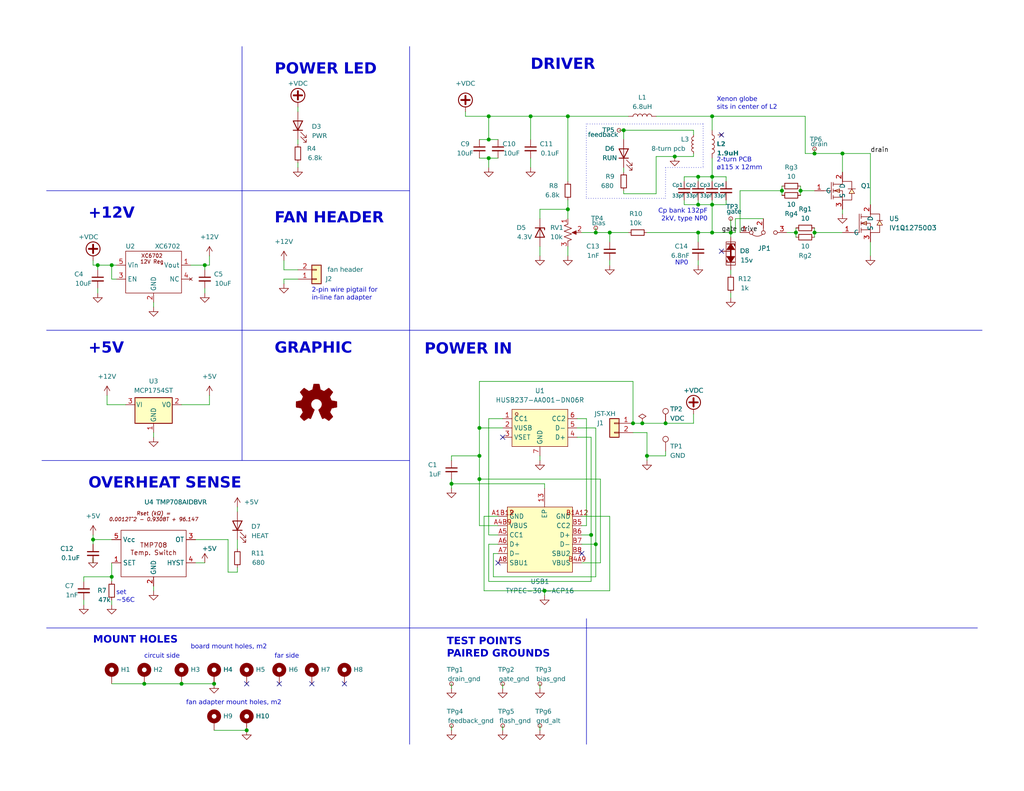
<source format=kicad_sch>
(kicad_sch (version 20231120) (generator "eeschema") (generator_version "8.0")
  (paper "A")
  (title_block (title "plasma toroid generator") (date "2024-08-21") (rev "1.02") (company "https://hackaday.io/project/194683") (comment 1 "sky-guided"))
  (lib_symbols
    (symbol "Connector:TestPoint" (pin_numbers hide) (pin_names (offset 0.762) hide)
      (property "Reference" "TP" (at 0 6.858 0))
      (property "Value" "TestPoint" (at 0 5.08 0))
      (symbol "TestPoint_1_1"
        (pin passive line (at 0 0 90) (length 2.54) (name "1") (number "1"))
      )
    )
    (symbol "Connector:TestPoint_Small" (pin_numbers hide) (pin_names (offset 0.762) hide)
      (property "Reference" "TP" (at 0 3.81 0))
      (property "Value" "TestPoint_Small" (at 0 2.032 0))
      (symbol "TestPoint_Small_1_1"
        (pin passive line (at 0 0 90) (length 0) (name "1") (number "1"))
      )
    )
    (symbol "Connector_Generic:Conn_01x02" (pin_names (offset 1.016) hide)
      (property "Reference" "J" (at 0 2.54 0))
      (property "Value" "Conn_01x02" (at 0 -5.08 0))
      (symbol "Conn_01x02_1_1"
        (pin passive line (at -5.08 0 0) (length 3.81) (name "Pin_1") (number "1"))
        (pin passive line (at -5.08 -2.54 0) (length 3.81) (name "Pin_2") (number "2"))
      )
    )
    (symbol "D_Zener_Small_Filled_1" (pin_numbers hide) (pin_names (offset 0.254) hide)
      (property "Reference" "D3" (at -1.27 0 0))
      (property "Value" "15v" (at -1.27 -2.54 0))
      (symbol "D_Zener_Small_Filled_1_1_1"
        (pin passive line (at 0 2.54 270) (length 1.778) (name "K") (number "1"))
        (pin passive line (at 0 -6.35 90) (length 3) (name "A") (number "2"))
        (pin passive line (at 2.54 -2.54 180) (length 2.54) (name "common") (number "3"))
      )
    )
    (symbol "Device:C_Small" (pin_numbers hide) (pin_names (offset 0.254) hide)
      (property "Reference" "C" (at 0.254 1.778 0))
      (property "Value" "C_Small" (at 0.254 -2.032 0))
      (symbol "C_Small_1_1"
        (pin passive line (at 0 2.54 270) (length 2.032) (name "~") (number "1"))
        (pin passive line (at 0 -2.54 90) (length 2.032) (name "~") (number "2"))
      )
    )
    (symbol "Device:D_Zener" (pin_numbers hide) (pin_names (offset 1.016) hide)
      (property "Reference" "D" (at 0 2.54 0))
      (property "Value" "D_Zener" (at 0 -2.54 0))
      (symbol "D_Zener_1_1"
        (pin passive line (at -3.81 0 0) (length 2.54) (name "K") (number "1"))
        (pin passive line (at 3.81 0 180) (length 2.54) (name "A") (number "2"))
      )
    )
    (symbol "Device:L" (pin_numbers hide) (pin_names (offset 1.016) hide)
      (property "Reference" "L" (at -1.27 0 90))
      (property "Value" "L" (at 1.905 0 90))
      (symbol "L_1_1"
        (pin passive line (at 0 3.81 270) (length 1.27) (name "1") (number "1"))
        (pin passive line (at 0 -3.81 90) (length 1.27) (name "2") (number "2"))
      )
    )
    (symbol "Device:LED" (pin_numbers hide) (pin_names (offset 1.016) hide)
      (property "Reference" "D" (at 0 2.54 0))
      (property "Value" "LED" (at 0 -2.54 0))
      (symbol "LED_1_1"
        (pin passive line (at -3.81 0 0) (length 2.54) (name "K") (number "1"))
        (pin passive line (at 3.81 0 180) (length 2.54) (name "A") (number "2"))
      )
    )
    (symbol "Device:L_Small" (pin_numbers hide) (pin_names (offset 0.254) hide)
      (property "Reference" "L" (at 0.762 1.016 0))
      (property "Value" "L_Small" (at 0.762 -1.016 0))
      (symbol "L_Small_1_1"
        (pin passive line (at 0 2.54 270) (length 0.508) (name "~") (number "1"))
        (pin passive line (at 0 -2.54 90) (length 0.508) (name "~") (number "2"))
      )
    )
    (symbol "Device:R_Potentiometer_US" (pin_names (offset 1.016) hide)
      (property "Reference" "RV3" (at -1.27 -1.27 0))
      (property "Value" "10k" (at -1.27 1.27 0))
      (symbol "R_Potentiometer_US_1_1"
        (pin passive line (at 0 -3.81 90) (length 1.27) (name "1") (number "1"))
        (pin passive line (at 3.81 0 180) (length 1.27) (name "2") (number "2"))
        (pin passive line (at 0 3.81 270) (length 1.27) (name "3") (number "3"))
      )
    )
    (symbol "Device:R_Small" (pin_numbers hide) (pin_names (offset 0.254) hide)
      (property "Reference" "R" (at 0.762 0.508 0))
      (property "Value" "R_Small" (at 0.762 -1.016 0))
      (symbol "R_Small_1_1"
        (pin passive line (at 0 2.54 270) (length 0.762) (name "~") (number "1"))
        (pin passive line (at 0 -2.54 90) (length 0.762) (name "~") (number "2"))
      )
    )
    (symbol "Graphic:Logo_Open_Hardware_Small" (in_bom no) (on_board no))
    (symbol "Jumper:Jumper_3_Bridged12" (pin_names (offset 0) hide) (exclude_from_sim yes) (in_bom no)
      (property "Reference" "JP" (at -2.54 -2.54 0))
      (property "Value" "Jumper_3_Bridged12" (at 0 2.794 0))
      (symbol "Jumper_3_Bridged12_1_1"
        (pin passive line (at -6.35 0 0) (length 2.54) (name "A") (number "1"))
        (pin passive line (at 0 -3.81 90) (length 2.54) (name "C") (number "2"))
        (pin passive line (at 6.35 0 180) (length 2.54) (name "B") (number "3"))
      )
    )
    (symbol "L_1" (pin_numbers hide) (pin_names (offset 1.016) hide)
      (property "Reference" "L2" (at -5.08 1.27 0))
      (property "Value" "1.9uH" (at -6.35 -1.27 0))
      (symbol "L_1_1_1"
        (pin no_connect line (at 2.54 -2.54 180) (length 1) (name "") (number "0"))
        (pin passive line (at 0 3.81 270) (length 1.27) (name "1") (number "1"))
        (pin passive line (at 0 -3.81 90) (length 1.27) (name "2") (number "2"))
      )
    )
    (symbol "Mechanical:MountingHole_Pad" (pin_numbers hide) (pin_names (offset 1.016) hide)
      (property "Reference" "H" (at 0 6.35 0))
      (property "Value" "MountingHole_Pad" (at 0 4.445 0))
      (symbol "MountingHole_Pad_1_1"
        (pin input line (at 0 -2.54 90) (length 2.54) (name "1") (number "1"))
      )
    )
    (symbol "Regulator_Linear:MCP1700x-500xxTT" (pin_names (offset 0.254))
      (property "Reference" "U" (at -3.81 3.175 0))
      (property "Value" "MCP1700x-500xxTT" (at 0 3.175 0))
      (symbol "MCP1700x-500xxTT_1_1"
        (pin power_in line (at 0 -7.62 90) (length 2.54) (name "GND") (number "1"))
        (pin power_out line (at 7.62 0 180) (length 2.54) (name "VO") (number "2"))
        (pin power_in line (at -7.62 0 0) (length 2.54) (name "VI") (number "3"))
      )
    )
    (symbol "_Xenon:TMP708"
      (property "Reference" "U" (at 0 8.89 0))
      (symbol "TMP708_0_0"
        (pin input line (at -11.43 -1.27 0) (length 2.54) (name "SET") (number "1"))
        (pin power_in line (at 0 -7.62 90) (length 2.54) (name "GND") (number "2"))
        (pin open_collector line (at 11.43 5.08 180) (length 2.54) (name "OT") (number "3"))
        (pin input line (at 11.43 -1.27 180) (length 2.54) (name "HYST") (number "4"))
        (pin power_in line (at -11.43 5.08 0) (length 2.54) (name "Vcc") (number "5"))
      )
      (symbol "TMP708_1_1"
        (text "Rset (kΩ) =\n0.0012T^2 - 0.9308T + 96.147" (at 0 11.43 0) (effects (font (size 1 1) (italic yes))))
        (text "TMP708\nTemp. Switch\n" (at 0 2.54 0) (effects (font (size 1.27 1.27))))
      )
    )
    (symbol "_Xenon:XC6702DC01PR-G" (in_bom no) (on_board no)
      (property "Reference" "U" (at 0 3.81 0))
      (symbol "XC6702DC01PR-G_0_0"
        (pin power_out line (at 10.16 -1.27 180) (length 2.54) (name "Vout") (number "1"))
        (pin input line (at -10.16 -5.08 0) (length 2.54) (name "EN") (number "3"))
        (pin power_in line (at -10.16 -1.27 0) (length 2.54) (name "Vin") (number "5"))
      )
      (symbol "XC6702DC01PR-G_1_0"
        (pin power_in line (at 0 -11.43 90) (length 2.54) (name "GND") (number "2"))
        (pin no_connect line (at 10.16 -5.08 180) (length 2.54) (name "NC") (number "4"))
      )
      (symbol "XC6702DC01PR-G_1_1"
        (text "XC6702\n12V Reg" (at -0.4605 0.4884 0) (effects (font (size 1 1))))
      )
    )
    (symbol "easyeda2kicad:HUSB237-AA001-DN06R"
      (property "Reference" "U" (at 0 7.62 0))
      (property "Value" "HUSB237-AA001-DN06R" (at 0 -12.7 0))
      (symbol "HUSB237-AA001-DN06R_0_1"
        (pin unspecified line (at -10.16 2.54 0) (length 2.54) (name "CC1") (number "1"))
        (pin unspecified line (at -10.16 0 0) (length 2.54) (name "VUSB") (number "2"))
        (pin unspecified line (at -10.16 -2.54 0) (length 2.54) (name "VSET") (number "3"))
        (pin unspecified line (at 10.16 -2.54 180) (length 2.54) (name "D+") (number "4"))
        (pin unspecified line (at 10.16 0 180) (length 2.54) (name "D-") (number "5"))
        (pin unspecified line (at 10.16 2.54 180) (length 2.54) (name "CC2") (number "6"))
        (pin unspecified line (at 0 -7.62 90) (length 2.54) (name "GND") (number "7"))
      )
    )
    (symbol "easyeda2kicad:IV1Q12750O3"
      (property "Reference" "U" (at 0 10.16 0))
      (property "Value" "IV1Q12750O3" (at 0 -10.16 0))
      (symbol "IV1Q12750O3_0_1"
        (pin unspecified line (at -5.08 -2.54 0) (length 2.54) (name "G") (number "1"))
        (pin unspecified line (at 2.54 5.08 270) (length 2.54) (name "D") (number "2"))
        (pin unspecified line (at 2.54 -5.08 90) (length 2.54) (name "S") (number "3"))
      )
    )
    (symbol "easyeda2kicad:NCEP02525F"
      (property "Reference" "Q" (at 0 10.16 0))
      (property "Value" "NCEP02525F" (at 0 -10.16 0))
      (symbol "NCEP02525F_0_1"
        (pin unspecified line (at -7.62 0 0) (length 2.54) (name "G") (number "1"))
        (pin unspecified line (at 0 5.08 270) (length 2.54) (name "D") (number "2"))
        (pin unspecified line (at 0 -5.08 90) (length 2.54) (name "S") (number "3"))
      )
    )
    (symbol "easyeda2kicad:TYPEC-304-ACP16"
      (property "Reference" "USB" (at 0 17.78 0))
      (property "Value" "TYPEC-304-ACP16" (at 0 -12.7 0))
      (symbol "TYPEC-304-ACP16_0_1"
        (pin unspecified line (at 2.54 12.7 270) (length 5.08) (name "EP") (number "13"))
        (pin unspecified line (at -10.16 5.08 0) (length 2.54) (name "GND") (number "A1B12"))
        (pin unspecified line (at -10.16 2.54 0) (length 2.54) (name "VBUS") (number "A4B9"))
        (pin unspecified line (at -10.16 0 0) (length 2.54) (name "CC1") (number "A5"))
        (pin unspecified line (at -10.16 -2.54 0) (length 2.54) (name "D+") (number "A6"))
        (pin unspecified line (at -10.16 -5.08 0) (length 2.54) (name "D-") (number "A7"))
        (pin unspecified line (at -10.16 -7.62 0) (length 2.54) (name "SBU1") (number "A8"))
        (pin unspecified line (at 12.7 5.08 180) (length 2.54) (name "GND") (number "B1A12"))
        (pin unspecified line (at 12.7 -7.62 180) (length 2.54) (name "VBUS") (number "B4A9"))
        (pin unspecified line (at 12.7 2.54 180) (length 2.54) (name "CC2") (number "B5"))
        (pin unspecified line (at 12.7 0 180) (length 2.54) (name "D+") (number "B6"))
        (pin unspecified line (at 12.7 -2.54 180) (length 2.54) (name "D-") (number "B7"))
        (pin unspecified line (at 12.7 -5.08 180) (length 2.54) (name "SBU2") (number "B8"))
      )
    )
    (symbol "power:+12V" (power) (pin_names (offset 0))
      (property "Value" "+12V" (at 0 3.556 0))
      (symbol "+12V_1_1"
        (pin power_in line (at 0 0 90) (length 0) hide (name "+12V") (number "1"))
      )
    )
    (symbol "power:+5V" (power) (pin_names (offset 0))
      (property "Value" "+5V" (at 0 3.556 0))
      (symbol "+5V_1_1"
        (pin power_in line (at 0 0 90) (length 0) hide (name "+5V") (number "1"))
      )
    )
    (symbol "power:+VDC" (power) (pin_names (offset 0))
      (property "Value" "+VDC" (at 0 6.35 0))
      (symbol "+VDC_1_1"
        (pin power_in line (at 0 0 90) (length 0) hide (name "+VDC") (number "1"))
      )
    )
    (symbol "power:GND" (power) (pin_names (offset 0))
      (property "Value" "GND" (at 0 -3.81 0))
      (symbol "GND_1_1"
        (pin power_in line (at 0 0 270) (length 0) hide (name "GND") (number "1"))
      )
    )
    (symbol "power:PWR_FLAG" (power) (pin_numbers hide) (pin_names (offset 0) hide)
      (property "Value" "PWR_FLAG" (at 0 3.81 0))
      (symbol "PWR_FLAG_0_0"
        (pin power_out line (at 0 0 90) (length 0) (name "pwr") (number "1"))
      )
    )
  )
  (junction (at 184.1102 42.7327))
  (junction (at 55.88 72.39))
  (junction (at 133.35 38.1))
  (junction (at 194.31 48.26))
  (junction (at 166.37 63.5))
  (junction (at 190.5 48.26))
  (junction (at 190.5 55.88))
  (junction (at 30.48 157.48))
  (junction (at 229.87 41.91))
  (junction (at 217.17 63.5))
  (junction (at 176.53 124.46))
  (junction (at 148.59 161.29))
  (junction (at 161.29 146.05))
  (junction (at 162.56 148.59))
  (junction (at 130.81 130.81))
  (junction (at 222.25 63.5))
  (junction (at 154.94 31.75))
  (junction (at 133.35 31.75))
  (junction (at 190.5 63.5))
  (junction (at 144.78 31.75))
  (junction (at 67.31 199.39))
  (junction (at 170.18 35.56))
  (junction (at 194.31 55.88))
  (junction (at 199.39 63.5))
  (junction (at 39.37 186.69))
  (junction (at 162.56 63.5))
  (junction (at 222.25 41.91))
  (junction (at 30.48 72.39))
  (junction (at 58.42 186.69))
  (junction (at 194.31 63.5))
  (junction (at 154.94 57.15))
  (junction (at 130.81 116.84))
  (junction (at 218.44 52.07))
  (junction (at 25.4 147.32))
  (junction (at 133.35 43.18))
  (junction (at 123.19 132.08))
  (junction (at 130.81 124.46))
  (junction (at 194.31 31.75))
  (junction (at 172.72 115.57))
  (junction (at 213.36 52.07))
  (junction (at 26.67 72.39))
  (junction (at 181.61 115.57))
  (junction (at 175.26 115.57))
  (junction (at 49.53 186.69))
  (no_connect (at 135.89 153.67))
  (no_connect (at 67.31 186.69))
  (no_connect (at 93.98 186.69))
  (no_connect (at 76.2 186.69))
  (no_connect (at 158.75 151.13))
  (no_connect (at 196.85 68.58))
  (no_connect (at 196.85 36.83))
  (no_connect (at 85.09 186.69))
  (no_connect (at 137.16 119.38))
  (wire (pts (xy 189.23 35.56) (xy 189.23 36.83)))
  (wire (pts (xy 147.32 124.46) (xy 147.32 125.73)))
  (wire (pts (xy 158.75 153.67) (xy 163.83 153.67)))
  (wire (pts (xy 186.69 54.61) (xy 186.69 55.88)))
  (wire (pts (xy 176.53 63.5) (xy 190.5 63.5)))
  (wire (pts (xy 194.31 48.26) (xy 194.31 49.53)))
  (wire (pts (xy 166.37 140.97) (xy 166.37 161.29)))
  (wire (pts (xy 217.17 62.23) (xy 217.17 63.5)))
  (wire (pts (xy 123.19 124.46) (xy 130.81 124.46)))
  (wire (pts (xy 194.31 31.75) (xy 194.31 35.56)))
  (wire (pts (xy 133.35 31.75) (xy 144.78 31.75)))
  (wire (pts (xy 172.72 118.11) (xy 176.53 118.11)))
  (wire (pts (xy 148.59 161.29) (xy 148.59 162.56)))
  (wire (pts (xy 179.0302 42.7327) (xy 184.1102 42.7327)))
  (wire (pts (xy 31.75 76.2) (xy 30.48 76.2)))
  (wire (pts (xy 26.67 72.39) (xy 25.4 72.39)))
  (wire (pts (xy 190.5 55.88) (xy 194.31 55.88)))
  (wire (pts (xy 55.88 72.39) (xy 55.88 73.66)))
  (wire (pts (xy 64.77 154.94) (xy 64.77 156.21)))
  (wire (pts (xy 158.75 146.05) (xy 161.29 146.05)))
  (wire (pts (xy 175.26 115.57) (xy 181.61 115.57)))
  (wire (pts (xy 163.83 153.67) (xy 163.83 130.81)))
  (wire (pts (xy 130.81 104.14) (xy 130.81 116.84)))
  (wire (pts (xy 26.67 72.39) (xy 26.67 73.66)))
  (wire (pts (xy 229.87 57.15) (xy 229.87 58.42)))
  (wire (pts (xy 201.93 63.5) (xy 201.93 52.07)))
  (wire (pts (xy 26.67 72.39) (xy 30.48 72.39)))
  (wire (pts (xy 170.18 52.8927) (xy 179.0302 52.8927)))
  (wire (pts (xy 25.4 147.32) (xy 25.4 146.05)))
  (wire (pts (xy 179.07 31.75) (xy 194.31 31.75)))
  (wire (pts (xy 81.28 29.21) (xy 81.28 30.48)))
  (wire (pts (xy 162.56 148.59) (xy 158.75 148.59)))
  (wire (pts (xy 147.32 57.15) (xy 147.32 59.69)))
  (wire (pts (xy 229.87 41.91) (xy 229.87 46.99)))
  (wire (pts (xy 218.44 52.07) (xy 222.25 52.07)))
  (wire (pts (xy 130.81 38.1) (xy 133.35 38.1)))
  (wire (pts (xy 170.18 38.1) (xy 170.18 35.56)))
  (wire (pts (xy 127 30.48) (xy 127 31.75)))
  (wire (pts (xy 190.5 63.5) (xy 194.31 63.5)))
  (wire (pts (xy 172.72 115.57) (xy 175.26 115.57)))
  (wire (pts (xy 162.56 116.84) (xy 162.56 148.59)))
  (wire (pts (xy 49.53 186.69) (xy 58.42 186.69)))
  (wire (pts (xy 161.29 158.75) (xy 133.35 158.75)))
  (wire (pts (xy 201.93 52.07) (xy 213.36 52.07)))
  (wire (pts (xy 130.81 43.18) (xy 133.35 43.18)))
  (wire (pts (xy 157.48 116.84) (xy 162.56 116.84)))
  (polyline (pts (xy 191.8512 33.8427) (xy 191.8512 45.7292)) (stroke (width 0) (type dot)))
  (wire (pts (xy 148.59 133.35) (xy 148.59 132.08)))
  (wire (pts (xy 213.36 50.8) (xy 213.36 52.07)))
  (wire (pts (xy 217.17 63.5) (xy 217.17 64.77)))
  (wire (pts (xy 30.48 72.39) (xy 31.75 72.39)))
  (wire (pts (xy 41.91 160.02) (xy 41.91 161.29)))
  (wire (pts (xy 190.5 48.26) (xy 194.31 48.26)))
  (wire (pts (xy 222.25 41.91) (xy 229.87 41.91)))
  (wire (pts (xy 194.31 31.75) (xy 219.71 31.75)))
  (wire (pts (xy 123.19 133.35) (xy 123.19 132.08)))
  (wire (pts (xy 55.88 78.74) (xy 55.88 80.01)))
  (wire (pts (xy 170.18 35.56) (xy 189.23 35.56)))
  (wire (pts (xy 194.31 43.18) (xy 194.31 48.26)))
  (wire (pts (xy 157.48 114.3) (xy 160.02 114.3)))
  (polyline (pts (xy 12.7 90.17) (xy 111.76 90.17)))
  (polyline (pts (xy 12.7 171.45) (xy 111.76 171.45)))
  (wire (pts (xy 57.15 107.95) (xy 57.15 110.49)))
  (wire (pts (xy 134.62 157.48) (xy 162.56 157.48)))
  (wire (pts (xy 30.48 186.69) (xy 39.37 186.69)))
  (wire (pts (xy 134.62 151.13) (xy 134.62 157.48)))
  (wire (pts (xy 237.49 66.04) (xy 237.49 69.85)))
  (wire (pts (xy 144.78 43.18) (xy 144.78 45.72)))
  (wire (pts (xy 176.53 125.73) (xy 176.53 124.46)))
  (wire (pts (xy 137.16 114.3) (xy 133.35 114.3)))
  (polyline (pts (xy 159.9802 54.1627) (xy 181.5702 54.1627)) (stroke (width 0) (type dot)))
  (wire (pts (xy 154.94 54.61) (xy 154.94 57.15)))
  (wire (pts (xy 199.39 80.01) (xy 199.39 81.28)))
  (wire (pts (xy 133.35 158.75) (xy 133.35 148.59)))
  (wire (pts (xy 130.81 116.84) (xy 137.16 116.84)))
  (wire (pts (xy 222.25 63.5) (xy 222.25 64.77)))
  (wire (pts (xy 147.32 198.12) (xy 147.32 199.39)))
  (wire (pts (xy 222.25 62.23) (xy 222.25 63.5)))
  (wire (pts (xy 190.5 48.26) (xy 190.5 49.53)))
  (wire (pts (xy 199.39 59.69) (xy 199.39 63.5)))
  (wire (pts (xy 123.19 186.69) (xy 123.19 187.96)))
  (wire (pts (xy 194.31 48.26) (xy 198.12 48.26)))
  (wire (pts (xy 154.94 57.15) (xy 154.94 59.69)))
  (wire (pts (xy 189.23 41.91) (xy 189.23 42.7327)))
  (wire (pts (xy 133.35 148.59) (xy 135.89 148.59)))
  (wire (pts (xy 127 31.75) (xy 133.35 31.75)))
  (wire (pts (xy 52.07 72.39) (xy 55.88 72.39)))
  (wire (pts (xy 62.23 147.32) (xy 53.34 147.32)))
  (wire (pts (xy 130.81 116.84) (xy 130.81 124.46)))
  (wire (pts (xy 194.31 55.88) (xy 194.31 63.5)))
  (wire (pts (xy 172.72 104.14) (xy 172.72 115.57)))
  (wire (pts (xy 222.25 41.91) (xy 219.71 41.91)))
  (wire (pts (xy 30.48 76.2) (xy 30.48 72.39)))
  (wire (pts (xy 222.25 63.5) (xy 229.87 63.5)))
  (wire (pts (xy 147.32 57.15) (xy 154.94 57.15)))
  (wire (pts (xy 81.28 76.2) (xy 77.47 76.2)))
  (wire (pts (xy 30.48 157.48) (xy 30.48 158.75)))
  (wire (pts (xy 170.18 52.07) (xy 170.18 52.8927)))
  (wire (pts (xy 30.48 165.1) (xy 30.48 163.83)))
  (wire (pts (xy 133.35 114.3) (xy 133.35 146.05)))
  (wire (pts (xy 147.32 69.85) (xy 147.32 67.31)))
  (wire (pts (xy 186.69 48.26) (xy 190.5 48.26)))
  (wire (pts (xy 166.37 71.12) (xy 166.37 72.39)))
  (wire (pts (xy 168.91 35.56) (xy 170.18 35.56)))
  (wire (pts (xy 213.36 52.07) (xy 213.36 53.34)))
  (wire (pts (xy 62.23 156.21) (xy 62.23 147.32)))
  (wire (pts (xy 161.29 119.38) (xy 157.48 119.38)))
  (wire (pts (xy 55.88 72.39) (xy 57.15 72.39)))
  (wire (pts (xy 144.78 31.75) (xy 144.78 38.1)))
  (wire (pts (xy 189.23 115.57) (xy 189.23 113.03)))
  (wire (pts (xy 154.94 67.31) (xy 154.94 69.85)))
  (wire (pts (xy 229.87 41.91) (xy 237.49 41.91)))
  (wire (pts (xy 176.53 118.11) (xy 176.53 124.46)))
  (wire (pts (xy 26.67 78.74) (xy 26.67 80.01)))
  (wire (pts (xy 154.94 31.75) (xy 171.45 31.75)))
  (wire (pts (xy 208.28 59.69) (xy 200.66 59.69)))
  (wire (pts (xy 22.86 163.83) (xy 22.86 165.1)))
  (wire (pts (xy 181.61 124.46) (xy 181.61 123.19)))
  (wire (pts (xy 200.66 63.5) (xy 199.39 63.5)))
  (wire (pts (xy 219.71 31.75) (xy 219.71 41.91)))
  (polyline (pts (xy 111.76 90.17) (xy 267.97 90.17)))
  (wire (pts (xy 53.34 153.67) (xy 55.88 153.67)))
  (wire (pts (xy 123.19 198.12) (xy 123.19 199.39)))
  (wire (pts (xy 133.35 38.1) (xy 135.89 38.1)))
  (wire (pts (xy 81.28 44.45) (xy 81.28 45.72)))
  (wire (pts (xy 81.28 39.37) (xy 81.28 38.1)))
  (wire (pts (xy 130.81 143.51) (xy 135.89 143.51)))
  (wire (pts (xy 137.16 198.12) (xy 137.16 199.39)))
  (wire (pts (xy 25.4 147.32) (xy 30.48 147.32)))
  (wire (pts (xy 123.19 124.46) (xy 123.19 125.73)))
  (wire (pts (xy 147.32 186.69) (xy 147.32 187.96)))
  (wire (pts (xy 218.44 52.07) (xy 218.44 53.34)))
  (wire (pts (xy 132.08 140.97) (xy 132.08 161.29)))
  (wire (pts (xy 160.02 114.3) (xy 160.02 143.51)))
  (wire (pts (xy 77.47 73.66) (xy 81.28 73.66)))
  (wire (pts (xy 186.69 49.53) (xy 186.69 48.26)))
  (wire (pts (xy 64.77 147.32) (xy 64.77 149.86)))
  (wire (pts (xy 62.23 156.21) (xy 64.77 156.21)))
  (wire (pts (xy 162.56 157.48) (xy 162.56 148.59)))
  (wire (pts (xy 194.31 63.5) (xy 199.39 63.5)))
  (wire (pts (xy 158.75 63.5) (xy 162.56 63.5)))
  (polyline (pts (xy 111.76 171.45) (xy 266.7 171.45)))
  (wire (pts (xy 189.23 42.7327) (xy 184.1102 42.7327)))
  (wire (pts (xy 158.75 143.51) (xy 160.02 143.51)))
  (polyline (pts (xy 11.43 125.73) (xy 111.76 125.73)))
  (wire (pts (xy 77.47 73.66) (xy 77.47 71.12)))
  (wire (pts (xy 190.5 54.61) (xy 190.5 55.88)))
  (wire (pts (xy 162.56 62.23) (xy 162.56 63.5)))
  (wire (pts (xy 135.89 151.13) (xy 134.62 151.13)))
  (wire (pts (xy 133.35 31.75) (xy 133.35 38.1)))
  (wire (pts (xy 214.63 63.5) (xy 217.17 63.5)))
  (wire (pts (xy 137.16 186.69) (xy 137.16 187.96)))
  (wire (pts (xy 198.12 54.61) (xy 198.12 55.88)))
  (wire (pts (xy 41.91 118.11) (xy 41.91 119.38)))
  (wire (pts (xy 49.53 110.49) (xy 57.15 110.49)))
  (wire (pts (xy 198.12 48.26) (xy 198.12 49.53)))
  (wire (pts (xy 25.4 148.59) (xy 25.4 147.32)))
  (wire (pts (xy 190.5 71.12) (xy 190.5 72.39)))
  (wire (pts (xy 237.49 41.91) (xy 237.49 55.88)))
  (wire (pts (xy 170.18 45.72) (xy 170.18 46.99)))
  (wire (pts (xy 30.48 153.67) (xy 30.48 157.48)))
  (wire (pts (xy 190.5 63.5) (xy 190.5 66.04)))
  (wire (pts (xy 135.89 146.05) (xy 133.35 146.05)))
  (wire (pts (xy 39.37 186.69) (xy 49.53 186.69)))
  (wire (pts (xy 22.86 158.75) (xy 22.86 157.48)))
  (wire (pts (xy 218.44 50.8) (xy 218.44 52.07)))
  (wire (pts (xy 162.56 63.5) (xy 166.37 63.5)))
  (wire (pts (xy 132.08 161.29) (xy 148.59 161.29)))
  (wire (pts (xy 41.91 82.55) (xy 41.91 83.82)))
  (wire (pts (xy 199.39 63.5) (xy 199.39 64.77)))
  (polyline (pts (xy 12.7 52.07) (xy 111.76 52.07)))
  (wire (pts (xy 179.0302 52.8927) (xy 179.0302 42.7327)))
  (polyline (pts (xy 181.5702 54.1627) (xy 181.61 45.72)) (stroke (width 0) (type dot)))
  (wire (pts (xy 135.89 140.97) (xy 132.08 140.97)))
  (wire (pts (xy 130.81 124.46) (xy 130.81 130.81)))
  (wire (pts (xy 133.35 43.18) (xy 133.35 45.72)))
  (wire (pts (xy 130.81 130.81) (xy 130.81 143.51)))
  (wire (pts (xy 166.37 63.5) (xy 171.45 63.5)))
  (wire (pts (xy 22.86 157.48) (xy 30.48 157.48)))
  (polyline (pts (xy 181.61 45.72) (xy 191.8512 45.7292)) (stroke (width 0) (type dot)))
  (wire (pts (xy 166.37 63.5) (xy 166.37 66.04)))
  (wire (pts (xy 123.19 132.08) (xy 148.59 132.08)))
  (wire (pts (xy 58.42 199.39) (xy 67.31 199.39)))
  (wire (pts (xy 133.35 43.18) (xy 135.89 43.18)))
  (wire (pts (xy 57.15 72.39) (xy 57.15 69.85)))
  (wire (pts (xy 161.29 146.05) (xy 161.29 158.75)))
  (wire (pts (xy 64.77 138.43) (xy 64.77 139.7)))
  (wire (pts (xy 161.29 146.05) (xy 161.29 119.38)))
  (wire (pts (xy 77.47 76.2) (xy 77.47 77.47)))
  (wire (pts (xy 222.25 40.64) (xy 222.25 41.91)))
  (wire (pts (xy 29.21 107.95) (xy 29.21 110.49)))
  (wire (pts (xy 25.4 72.39) (xy 25.4 71.12)))
  (wire (pts (xy 194.31 55.88) (xy 198.12 55.88)))
  (wire (pts (xy 181.61 124.46) (xy 176.53 124.46)))
  (polyline (pts (xy 111.76 12.7) (xy 111.76 203.2)))
  (wire (pts (xy 154.94 31.75) (xy 154.94 49.53)))
  (polyline (pts (xy 66.04 12.7) (xy 66.04 125.73)))
  (wire (pts (xy 200.66 59.69) (xy 200.66 63.5)))
  (wire (pts (xy 123.19 132.08) (xy 123.19 130.81)))
  (wire (pts (xy 189.23 115.57) (xy 181.61 115.57)))
  (wire (pts (xy 130.81 130.81) (xy 163.83 130.81)))
  (wire (pts (xy 144.78 31.75) (xy 154.94 31.75)))
  (wire (pts (xy 199.39 74.93) (xy 199.39 73.66)))
  (wire (pts (xy 34.29 110.49) (xy 29.21 110.49)))
  (wire (pts (xy 25.4 153.67) (xy 25.4 152.4)))
  (polyline (pts (xy 191.7302 33.8427) (xy 159.9802 33.8427)) (stroke (width 0) (type dot)))
  (wire (pts (xy 158.75 140.97) (xy 166.37 140.97)))
  (polyline (pts (xy 160.02 168.91) (xy 160.02 203.2)))
  (wire (pts (xy 186.69 55.88) (xy 190.5 55.88)))
  (polyline (pts (xy 159.9802 33.8427) (xy 159.9802 54.1627)) (stroke (width 0) (type dot)))
  (wire (pts (xy 194.31 54.61) (xy 194.31 55.88)))
  (wire (pts (xy 130.81 104.14) (xy 172.72 104.14)))
  (wire (pts (xy 166.37 161.29) (xy 148.59 161.29)))
  (text "Xenon globe \nsits in center of L2" (at 195.58 30.48 0) (effects (font (size 1.27 1.27) (italic yes)) (justify left bottom)))
  (text "POWER IN" (at 115.824 98.044 0) (effects (font (size 3 3) (thickness 0.6) (bold yes)) (justify left bottom)))
  (text "TEST POINTS\nPAIRED GROUNDS" (at 121.92 180.34 0) (effects (font (size 2 2) (thickness 0.4) (bold yes)) (justify left bottom)))
  (text "GRAPHIC\n" (at 74.93 97.79 0) (effects (font (size 3 3) (thickness 0.6) (bold yes)) (justify left bottom)))
  (text "board mount holes, m2\n" (at 52.07 177.8 0) (effects (font (size 1.27 1.27) (italic yes)) (justify left bottom)))
  (text "DRIVER\n" (at 144.78 20.32 0) (effects (font (size 3 3) (thickness 0.6) (bold yes)) (justify left bottom)))
  (text "FAN HEADER" (at 74.93 62.23 0) (effects (font (size 3 3) (thickness 0.6) (bold yes)) (justify left bottom)))
  (text "POWER LED" (at 74.93 21.59 0) (effects (font (size 3 3) (thickness 0.6) (bold yes)) (justify left bottom)))
  (text "fan adapter mount holes, m2\n" (at 50.8 193.04 0) (effects (font (size 1.27 1.27) (italic yes)) (justify left bottom)))
  (text "NP0" (at 184.2196 72.9727 0) (effects (font (size 1.27 1.27)) (justify left bottom)))
  (text "+12V" (at 24.13 60.96 0) (effects (font (size 3 3) (thickness 0.6) (bold yes)) (justify left bottom)))
  (text "2-pin wire pigtail for\nin-line fan adapter\n" (at 85.09 82.55 0) (effects (font (size 1.27 1.27)) (justify left bottom)))
  (text "2-turn PCB\nø115 x 12mm" (at 195.58 46.99 0) (effects (font (size 1.27 1.27)) (justify left bottom)))
  (text "MOUNT HOLES\n" (at 25.4 176.53 0) (effects (font (size 2 2) (thickness 0.4) (bold yes)) (justify left bottom)))
  (text "+5V\n" (at 24.13 97.79 0) (effects (font (size 3 3) (thickness 0.6) (bold yes)) (justify left bottom)))
  (text "circuit side" (at 39.37 180.34 0) (effects (font (size 1.27 1.27) (italic yes)) (justify left bottom)))
  (text "far side" (at 74.93 180.34 0) (effects (font (size 1.27 1.27) (italic yes)) (justify left bottom)))
  (text "Cp bank 132pF\n2kV, type NP0" (at 193.04 60.96 0) (effects (font (size 1.27 1.27)) (justify right bottom)))
  (text "set\n~56C" (at 31.75 165.1 0) (effects (font (size 1.27 1.27) (italic yes)) (justify left bottom)))
  (text "OVERHEAT SENSE\n" (at 24.13 134.62 0) (effects (font (size 3 3) (thickness 0.6) (bold yes)) (justify left bottom)))
  (label "drain" (at 237.49 41.91 0))
  (label "gate drive" (at 196.85 63.5 0))
  (symbol (lib_id "Mechanical:MountingHole_Pad") (at 76.2 184.15 0) (mirror y) (unit 1)
    (property "Reference" "H6" (at 81.28 182.88 0) (effects (justify left)))
    (property "Value" "MountingHole" (effects (hide yes)))
    (property "Footprint" "_xenon_footprints:MountingHole_2.2mm_M2_Pad_Via_3.75mmHead" (effects (hide yes)))
  )
  (symbol (lib_id "Device:R_Potentiometer_US") (at 154.94 63.5 0) (mirror x) (unit 1)
    (property "Reference" "RV1" (at 153.67 62.23 0) (effects (justify right)))
    (property "Value" "10k" (at 153.67 64.77 0) (effects (justify right)))
    (property "Footprint" "_xenon_footprints:Potentiometer_Bourns_PTV09A-1_Single_Vertical_larger_mount_holes" (effects (hide yes)))
  )
  (symbol (lib_id "Mechanical:MountingHole_Pad") (at 67.31 196.85 0) (unit 1)
    (property "Reference" "H10" (at 69.85 195.58 0) (effects (justify left)))
    (property "Value" "MountingHole" (effects (hide yes)))
    (property "Footprint" "_xenon_footprints:MountingHole_2.2mm_M2_Pad_Via_3.75mmHead" (effects (hide yes)))
  )
  (symbol (lib_id "easyeda2kicad:HUSB237-AA001-DN06R") (at 147.32 116.84 0) (unit 1)
    (property "Reference" "U1" (at 147.32 106.68 0))
    (property "Value" "HUSB237-AA001-DN06R" (at 147.32 109.22 0))
    (property "Footprint" "easyeda2kicad:TDFN-6_L2.0-W2.0-P0.65-TL-EP" (effects (hide yes)))
    (property "LCSC Part" "C22373734" (effects (hide yes)))
  )
  (symbol (lib_id "power:+12V") (at 57.15 69.85 0) (unit 1)
    (property "Reference" "#PWR019" (effects (hide yes)))
    (property "Value" "+12V" (at 57.15 64.77 0))
  )
  (symbol (lib_id "Device:R_Small") (at 81.28 41.91 0) (unit 1)
    (property "Reference" "R4" (at 83.82 40.6399 0) (effects (justify left)))
    (property "Value" "6.8k" (at 83.82 43.1799 0) (effects (justify left)))
    (property "Footprint" "Resistor_SMD:R_0603_1608Metric" (effects (hide yes)))
  )
  (symbol (lib_id "power:GND") (at 229.87 58.42 0) (unit 1)
    (property "Reference" "#PWR048" (effects (hide yes)))
    (property "Value" "GND" (effects (hide yes)))
  )
  (symbol (lib_id "power:GND") (at 147.32 69.85 0) (unit 1)
    (property "Reference" "#PWR035" (effects (hide yes)))
    (property "Value" "GND" (effects (hide yes)))
  )
  (symbol (lib_id "power:GND") (at 77.47 77.47 0) (mirror y) (unit 1)
    (property "Reference" "#PWR022" (effects (hide yes)))
    (property "Value" "GND" (effects (hide yes)))
  )
  (symbol (lib_name "L_1") (lib_id "Device:L") (at 194.31 39.37 0) (mirror x) (unit 1)
    (property "Reference" "L2" (at 195.58 39.37 0) (effects (font (bold yes)) (justify left)))
    (property "Value" "1.9uH" (at 195.58 41.91 0) (effects (font (bold yes)) (justify left)))
    (property "Footprint" "_xenon_footprints:plasmadonut_inductor_2layer_115mm_integrated" (effects (hide yes)))
  )
  (symbol (lib_id "Device:R_Small") (at 170.18 49.53 180) (unit 1)
    (property "Reference" "R9" (at 167.64 48.26 0) (effects (justify left)))
    (property "Value" "680" (at 167.64 50.8 0) (effects (justify left)))
    (property "Footprint" "Resistor_SMD:R_0603_1608Metric" (effects (hide yes)))
  )
  (symbol (lib_id "Connector:TestPoint_Small") (at 222.25 40.64 0) (unit 1) (in_bom no)
    (property "Reference" "TP6" (at 220.98 38.1 0) (effects (font (italic yes)) (justify left)))
    (property "Value" "drain" (at 220.98 39.37 0) (effects (font (italic yes)) (justify left)))
    (property "Footprint" "TestPoint:TestPoint_THTPad_D2.0mm_Drill1.0mm" (effects (hide yes)))
  )
  (symbol (lib_id "Connector:TestPoint") (at 181.61 115.57 0) (unit 1) (in_bom no)
    (property "Reference" "TP2" (at 182.88 111.76 0) (effects (justify left)))
    (property "Value" "VDC" (at 182.88 114.3 0) (effects (justify left)))
    (property "Footprint" "TestPoint:TestPoint_THTPad_D2.0mm_Drill1.0mm" (effects (hide yes)))
  )
  (symbol (lib_id "Device:LED") (at 81.28 34.29 90) (unit 1)
    (property "Reference" "D3" (at 85.09 34.6075 90) (effects (justify right)))
    (property "Value" "PWR" (at 85.09 37.1475 90) (effects (justify right)))
    (property "Footprint" "LED_SMD:LED_1206_3216Metric" (effects (hide yes)))
  )
  (symbol (lib_id "power:+12V") (at 77.47 71.12 0) (mirror y) (unit 1)
    (property "Reference" "#PWR021" (effects (hide yes)))
    (property "Value" "+12V" (at 77.47 66.04 0))
  )
  (symbol (lib_id "power:+5V") (at 64.77 138.43 0) (unit 1)
    (property "Reference" "#PWR046" (effects (hide yes)))
    (property "Value" "+5V" (at 68.58 137.16 0))
  )
  (symbol (lib_id "Graphic:Logo_Open_Hardware_Small") (at 86.36 110.49 0) (unit 1) (exclude_from_sim yes) (in_bom no)
    (property "Reference" "SYM1" (effects (hide yes)))
    (property "Value" "Logo_Open_Hardware_Small" (effects (hide yes)))
    (property "Footprint" "Symbol:OSHW-Symbol_6.7x6mm_Copper" (effects (hide yes)))
  )
  (symbol (lib_id "power:GND") (at 147.32 199.39 0) (unit 1)
    (property "Reference" "#PWR050" (effects (hide yes)))
    (property "Value" "GND" (effects (hide yes)))
  )
  (symbol (lib_id "power:GND") (at 137.16 199.39 0) (unit 1)
    (property "Reference" "#PWR040" (effects (hide yes)))
    (property "Value" "GND" (effects (hide yes)))
  )
  (symbol (lib_id "Connector_Generic:Conn_01x02") (at 167.64 115.57 0) (mirror y) (unit 1)
    (property "Reference" "J1" (at 163.83 115.57 0))
    (property "Value" "JST-XH" (at 165.1 113.03 0))
    (property "Footprint" "Connector_JST:JST_PH_B2B-PH-K_1x02_P2.00mm_Vertical" (effects (hide yes)))
  )
  (symbol (lib_id "Device:R_Small") (at 64.77 152.4 0) (unit 1)
    (property "Reference" "R11" (at 68.58 151.13 0) (effects (justify left)))
    (property "Value" "680" (at 68.58 153.67 0) (effects (justify left)))
    (property "Footprint" "Resistor_SMD:R_0603_1608Metric" (effects (hide yes)))
  )
  (symbol (lib_id "power:+5V") (at 55.88 153.67 0) (unit 1)
    (property "Reference" "#PWR043" (effects (hide yes)))
    (property "Value" "+5V" (at 57.15 149.86 0))
  )
  (symbol (lib_id "power:GND") (at 148.59 162.56 0) (unit 1)
    (property "Reference" "#PWR06" (effects (hide yes)))
    (property "Value" "GND" (effects (hide yes)))
  )
  (symbol (lib_id "power:GND") (at 237.49 69.85 0) (unit 1)
    (property "Reference" "#PWR049" (effects (hide yes)))
    (property "Value" "GND" (effects (hide yes)))
  )
  (symbol (lib_id "power:GND") (at 144.78 45.72 0) (unit 1)
    (property "Reference" "#PWR033" (effects (hide yes)))
    (property "Value" "GND" (effects (hide yes)))
  )
  (symbol (lib_id "_Xenon:TMP708") (at 41.91 152.4 0) (unit 1)
    (property "Reference" "U4" (at 40.64 137.16 0))
    (property "Value" "TMP708AIDBVR" (at 49.53 137.16 0))
    (property "Footprint" "Package_TO_SOT_SMD:SOT-23-5" (effects (hide yes)))
    (property "Datasheet" "https://www.ti.com/lit/ds/symlink/tmp708.pdf" (effects (hide yes)))
  )
  (symbol (lib_id "Regulator_Linear:MCP1700x-500xxTT") (at 41.91 110.49 0) (unit 1)
    (property "Reference" "U3" (at 41.91 104.14 0))
    (property "Value" "MCP1754ST" (at 41.91 106.68 0))
    (property "Footprint" "Package_TO_SOT_SMD:SOT-23" (effects (hide yes)))
    (property "Datasheet" "http://ww1.microchip.com/downloads/en/DeviceDoc/20001826D.pdf" (effects (hide yes)))
  )
  (symbol (lib_id "Device:C_Small") (at 166.37 68.58 0) (unit 1)
    (property "Reference" "C13" (at 160.02 67.31 0) (effects (justify left)))
    (property "Value" "1nF" (at 160.02 69.85 0) (effects (justify left)))
    (property "Footprint" "Capacitor_SMD:C_0603_1608Metric" (effects (hide yes)))
  )
  (symbol (lib_id "Device:C_Small") (at 22.86 161.29 0) (unit 1)
    (property "Reference" "C7" (at 17.78 160.02 0) (effects (justify left)))
    (property "Value" "1nF" (at 17.78 162.56 0) (effects (justify left)))
    (property "Footprint" "Capacitor_SMD:C_0603_1608Metric" (effects (hide yes)))
  )
  (symbol (lib_id "Device:D_Zener") (at 147.32 63.5 270) (unit 1)
    (property "Reference" "D5" (at 140.97 62.23 90) (effects (justify left)))
    (property "Value" "4.3V" (at 140.97 64.77 90) (effects (justify left)))
    (property "Footprint" "Diode_SMD:D_SOD-123" (effects (hide yes)))
  )
  (symbol (lib_id "power:GND") (at 154.94 69.85 0) (unit 1)
    (property "Reference" "#PWR039" (effects (hide yes)))
    (property "Value" "GND" (effects (hide yes)))
  )
  (symbol (lib_id "Mechanical:MountingHole_Pad") (at 30.48 184.15 0) (unit 1)
    (property "Reference" "H1" (at 33.02 182.88 0) (effects (justify left)))
    (property "Value" "MountingHole" (effects (hide yes)))
    (property "Footprint" "_xenon_footprints:MountingHole_2.2mm_M2_Pad_Via_3.75mmHead" (effects (hide yes)))
  )
  (symbol (lib_id "Device:LED") (at 170.18 41.91 90) (unit 1)
    (property "Reference" "D6" (at 166.37 40.64 90))
    (property "Value" "RUN" (at 166.37 43.18 90))
    (property "Footprint" "LED_SMD:LED_1206_3216Metric" (effects (hide yes)))
  )
  (symbol (lib_id "Device:R_Small") (at 30.48 161.29 0) (unit 1)
    (property "Reference" "R7" (at 26.67 161.29 0) (effects (justify left)))
    (property "Value" "47k" (at 26.67 163.83 0) (effects (justify left)))
    (property "Footprint" "Resistor_SMD:R_0603_1608Metric" (effects (hide yes)))
  )
  (symbol (lib_id "power:GND") (at 176.53 125.73 0) (unit 1)
    (property "Reference" "#PWR01" (effects (hide yes)))
    (property "Value" "GND" (effects (hide yes)))
  )
  (symbol (lib_id "power:GND") (at 22.86 165.1 0) (mirror y) (unit 1)
    (property "Reference" "#PWR054" (effects (hide yes)))
    (property "Value" "GND" (effects (hide yes)))
  )
  (symbol (lib_id "Mechanical:MountingHole_Pad") (at 93.98 184.15 0) (mirror y) (unit 1)
    (property "Reference" "H8" (at 96.52 182.88 0) (effects (justify right)))
    (property "Value" "MountingHole" (effects (hide yes)))
    (property "Footprint" "_xenon_footprints:MountingHole_2.2mm_M2_Pad_Via_3.75mmHead" (effects (hide yes)))
  )
  (symbol (lib_id "Device:R_Small") (at 173.99 63.5 270) (unit 1)
    (property "Reference" "R10" (at 175.26 58.42 90) (effects (justify right)))
    (property "Value" "10k" (at 175.26 60.96 90) (effects (justify right)))
    (property "Footprint" "Resistor_SMD:R_1206_3216Metric" (effects (hide yes)))
  )
  (symbol (lib_id "power:GND") (at 41.91 83.82 0) (mirror y) (unit 1)
    (property "Reference" "#PWR017" (effects (hide yes)))
    (property "Value" "GND" (effects (hide yes)))
  )
  (symbol (lib_id "Device:R_Small") (at 215.9 50.8 90) (unit 1)
    (property "Reference" "Rg3" (at 215.9 45.72 90))
    (property "Value" "10" (at 215.9 48.26 90))
    (property "Footprint" "Resistor_SMD:R_2010_5025Metric" (effects (hide yes)))
  )
  (symbol (lib_id "Mechanical:MountingHole_Pad") (at 85.09 184.15 0) (unit 1)
    (property "Reference" "H7" (at 87.63 182.88 0) (effects (justify left)))
    (property "Value" "MountingHole" (effects (hide yes)))
    (property "Footprint" "_xenon_footprints:MountingHole_2.2mm_M2_Pad_Via_3.75mmHead" (effects (hide yes)))
  )
  (symbol (lib_id "power:GND") (at 199.39 81.28 0) (unit 1)
    (property "Reference" "#PWR047" (effects (hide yes)))
    (property "Value" "GND" (effects (hide yes)))
  )
  (symbol (lib_id "power:GND") (at 166.37 72.39 0) (unit 1)
    (property "Reference" "#PWR042" (effects (hide yes)))
    (property "Value" "GND" (effects (hide yes)))
  )
  (symbol (lib_id "Mechanical:MountingHole_Pad") (at 67.31 184.15 0) (unit 1)
    (property "Reference" "H5" (at 69.85 182.88 0) (effects (justify left)))
    (property "Value" "MountingHole" (effects (hide yes)))
    (property "Footprint" "_xenon_footprints:MountingHole_2.2mm_M2_Pad_Via_3.75mmHead" (effects (hide yes)))
  )
  (symbol (lib_id "power:+VDC") (at 81.28 29.21 0) (unit 1)
    (property "Reference" "#PWR010" (effects (hide yes)))
    (property "Value" "+VDC" (at 81.28 22.86 0))
  )
  (symbol (lib_id "Connector:TestPoint") (at 181.61 123.19 0) (unit 1) (in_bom no)
    (property "Reference" "TP1" (at 182.88 121.92 0) (effects (justify left)))
    (property "Value" "GND" (at 182.88 124.46 0) (effects (justify left)))
    (property "Footprint" "TestPoint:TestPoint_THTPad_D2.0mm_Drill1.0mm" (effects (hide yes)))
  )
  (symbol (lib_id "Connector:TestPoint_Small") (at 162.56 62.23 0) (mirror x) (unit 1) (in_bom no)
    (property "Reference" "TP4" (at 161.29 59.69 0) (effects (font (italic yes)) (justify left)))
    (property "Value" "bias" (at 161.29 60.96 0) (effects (font (italic yes)) (justify left)))
    (property "Footprint" "TestPoint:TestPoint_THTPad_D2.0mm_Drill1.0mm" (effects (hide yes)))
  )
  (symbol (lib_id "power:GND") (at 81.28 45.72 0) (unit 1)
    (property "Reference" "#PWR011" (effects (hide yes)))
    (property "Value" "GND" (effects (hide yes)))
  )
  (symbol (lib_id "Device:C_Small") (at 26.67 76.2 0) (unit 1)
    (property "Reference" "C4" (at 20.32 74.93 0) (effects (justify left)))
    (property "Value" "10uF" (at 20.32 77.47 0) (effects (justify left)))
    (property "Footprint" "Capacitor_SMD:C_1206_3216Metric" (effects (hide yes)))
  )
  (symbol (lib_id "Device:R_Small") (at 199.39 77.47 180) (unit 1)
    (property "Reference" "R12" (at 203.2 76.2 0))
    (property "Value" "1k" (at 203.2 78.74 0))
    (property "Footprint" "Resistor_SMD:R_1206_3216Metric" (effects (hide yes)))
  )
  (symbol (lib_id "Connector:TestPoint_Small") (at 137.16 186.69 0) (unit 1) (in_bom no)
    (property "Reference" "TPg2" (at 135.89 182.88 0) (effects (justify left)))
    (property "Value" "gate_gnd" (at 135.89 185.42 0) (effects (justify left)))
    (property "Footprint" "TestPoint:TestPoint_THTPad_1.0x1.0mm_Drill0.5mm" (effects (hide yes)))
  )
  (symbol (lib_id "Device:C_Small") (at 186.69 52.07 0) (unit 1)
    (property "Reference" "Cp1" (at 183.5042 50.5667 0) (effects (font (size 1 1)) (justify left)))
    (property "Value" "33pf" (at 183.2268 53.4866 0) (effects (font (size 1 1)) (justify left)))
    (property "Footprint" "_capacitors:C_1808_HandSolder" (effects (hide yes)))
  )
  (symbol (lib_id "Device:C_Small") (at 123.19 128.27 0) (unit 1)
    (property "Reference" "C1" (at 116.84 127 0) (effects (justify left)))
    (property "Value" "1uF" (at 116.84 129.54 0) (effects (justify left)))
    (property "Footprint" "Capacitor_SMD:C_0603_1608Metric" (effects (hide yes)))
  )
  (symbol (lib_id "Connector_Generic:Conn_01x02") (at 86.36 76.2 0) (mirror x) (unit 1)
    (property "Reference" "J2" (at 88.9 76.2 0) (effects (justify left)))
    (property "Value" "fan header" (at 88.9 73.66 0) (effects (justify left)))
    (property "Footprint" "Connector_PinSocket_2.00mm:PinSocket_1x02_P2.00mm_Vertical" (effects (hide yes)))
  )
  (symbol (lib_id "power:GND") (at 133.35 45.72 0) (unit 1)
    (property "Reference" "#PWR031" (effects (hide yes)))
    (property "Value" "GND" (effects (hide yes)))
  )
  (symbol (lib_id "Connector:TestPoint_Small") (at 137.16 198.12 0) (unit 1) (in_bom no)
    (property "Reference" "TPg5" (at 135.89 194.31 0) (effects (justify left)))
    (property "Value" "flash_gnd" (at 135.89 196.85 0) (effects (justify left)))
    (property "Footprint" "TestPoint:TestPoint_THTPad_1.0x1.0mm_Drill0.5mm" (effects (hide yes)))
  )
  (symbol (lib_id "power:GND") (at 137.16 187.96 0) (unit 1)
    (property "Reference" "#PWR027" (effects (hide yes)))
    (property "Value" "GND" (effects (hide yes)))
  )
  (symbol (lib_id "Mechanical:MountingHole_Pad") (at 58.42 196.85 0) (unit 1)
    (property "Reference" "H9" (at 60.96 195.58 0) (effects (justify left)))
    (property "Value" "MountingHole" (effects (hide yes)))
    (property "Footprint" "_xenon_footprints:MountingHole_2.2mm_M2_Pad_Via_3.75mmHead" (effects (hide yes)))
  )
  (symbol (lib_id "easyeda2kicad:TYPEC-304-ACP16") (at 146.05 146.05 0) (unit 1)
    (property "Reference" "USB1" (at 147.32 158.75 0))
    (property "Value" "TYPEC-304-ACP16" (at 147.32 161.29 0))
    (property "Footprint" "easyeda2kicad:USB-C-SMD_TYPE-C-16P-1" (effects (hide yes)))
    (property "LCSC Part" "C2982555" (effects (hide yes)))
  )
  (symbol (lib_id "power:PWR_FLAG") (at 175.26 115.57 0) (unit 1)
    (property "Reference" "#FLG01" (effects (hide yes)))
    (property "Value" "PWR_FLAG" (effects (hide yes)))
  )
  (symbol (lib_id "Connector:TestPoint_Small") (at 123.19 198.12 0) (unit 1) (in_bom no)
    (property "Reference" "TPg4" (at 121.92 194.31 0) (effects (justify left)))
    (property "Value" "feedback_gnd" (at 121.92 196.85 0) (effects (justify left)))
    (property "Footprint" "TestPoint:TestPoint_THTPad_1.0x1.0mm_Drill0.5mm" (effects (hide yes)))
  )
  (symbol (lib_id "power:GND") (at 55.88 80.01 0) (mirror y) (unit 1)
    (property "Reference" "#PWR018" (effects (hide yes)))
    (property "Value" "GND" (effects (hide yes)))
  )
  (symbol (lib_id "Device:R_Small") (at 219.71 64.77 90) (unit 1)
    (property "Reference" "Rg2" (at 219.71 69.85 90))
    (property "Value" "10" (at 219.71 67.31 90))
    (property "Footprint" "Resistor_SMD:R_2010_5025Metric" (effects (hide yes)))
  )
  (symbol (lib_id "Mechanical:MountingHole_Pad") (at 39.37 184.15 0) (mirror y) (unit 1)
    (property "Reference" "H2" (at 41.91 182.88 0) (effects (justify right)))
    (property "Value" "MountingHole" (effects (hide yes)))
    (property "Footprint" "_xenon_footprints:MountingHole_2.2mm_M2_Pad_Via_3.75mmHead" (effects (hide yes)))
  )
  (symbol (lib_id "power:+VDC") (at 127 30.48 0) (unit 1)
    (property "Reference" "#PWR029" (effects (hide yes)))
    (property "Value" "+VDC" (at 127 22.86 0))
  )
  (symbol (lib_id "Jumper:Jumper_3_Bridged12") (at 208.28 63.5 0) (mirror x) (unit 1) (exclude_from_sim yes) (in_bom no)
    (property "Reference" "JP1" (at 208.534 67.818 0))
    (property "Value" "Jumper_3_Bridged12" (effects (hide yes)))
    (property "Footprint" "Jumper:SolderJumper-3_P1.3mm_Bridged2Bar12_RoundedPad1.0x1.5mm_NumberLabels" (effects (hide yes)))
    (property "Description" "Jumper, 3-pole, pins 1+2 closed/bridged" (effects (hide yes)))
  )
  (symbol (lib_id "power:+VDC") (at 189.23 113.03 0) (unit 1)
    (property "Reference" "#PWR04" (effects (hide yes)))
    (property "Value" "+VDC" (at 189.23 106.68 0))
  )
  (symbol (lib_id "power:GND") (at 123.19 199.39 0) (unit 1)
    (property "Reference" "#PWR034" (effects (hide yes)))
    (property "Value" "GND" (effects (hide yes)))
  )
  (symbol (lib_id "power:GND") (at 25.4 152.4 0) (mirror y) (unit 1)
    (property "Reference" "#PWR037" (effects (hide yes)))
    (property "Value" "GND" (effects (hide yes)))
  )
  (symbol (lib_id "_Xenon:XC6702DC01PR-G") (at 41.91 71.12 0) (unit 1)
    (property "Reference" "U2" (at 35.56 67.31 0))
    (property "Value" "XC6702" (at 45.72 67.31 0))
    (property "Footprint" "Package_TO_SOT_SMD:SOT-89-5" (effects (hide yes)))
    (property "Datasheet" "https://product.torexsemi.com/system/files/series/xc6702.pdf" (effects (hide yes)))
  )
  (symbol (lib_id "power:GND") (at 123.19 133.35 0) (unit 1)
    (property "Reference" "#PWR05" (effects (hide yes)))
    (property "Value" "GND" (effects (hide yes)))
  )
  (symbol (lib_id "Device:C_Small") (at 194.31 52.07 0) (unit 1)
    (property "Reference" "Cp3" (at 191.0094 50.5602 0) (effects (font (size 1 1)) (justify left)))
    (property "Value" "33pf" (at 190.8468 53.4866 0) (effects (font (size 1 1)) (justify left)))
    (property "Footprint" "_capacitors:C_1808_HandSolder" (effects (hide yes)))
  )
  (symbol (lib_id "power:+12V") (at 29.21 107.95 0) (unit 1)
    (property "Reference" "#PWR024" (effects (hide yes)))
    (property "Value" "+12V" (at 29.21 102.87 0))
  )
  (symbol (lib_id "power:GND") (at 190.5 72.39 0) (unit 1)
    (property "Reference" "#PWR044" (effects (hide yes)))
    (property "Value" "GND" (effects (hide yes)))
  )
  (symbol (lib_id "power:+5V") (at 57.15 107.95 0) (unit 1)
    (property "Reference" "#PWR030" (effects (hide yes)))
    (property "Value" "+5V" (at 57.15 102.87 0))
  )
  (symbol (lib_id "power:+VDC") (at 25.4 71.12 0) (unit 1)
    (property "Reference" "#PWR014" (effects (hide yes)))
    (property "Value" "+VDC" (at 24.13 64.77 0))
  )
  (symbol (lib_id "power:GND") (at 26.67 80.01 0) (unit 1)
    (property "Reference" "#PWR015" (effects (hide yes)))
    (property "Value" "GND" (effects (hide yes)))
  )
  (symbol (lib_id "easyeda2kicad:IV1Q12750O3") (at 234.95 60.96 0) (unit 1)
    (property "Reference" "U5" (at 242.57 59.6899 0) (effects (justify left)))
    (property "Value" "IV1Q12750O3" (at 242.57 62.2299 0) (effects (justify left)))
    (property "Footprint" "easyeda2kicad:TO-220-3_L10.2-W4.5-P2.54-L" (effects (hide yes)))
    (property "LCSC Part" "C2979250" (effects (hide yes)))
  )
  (symbol (lib_id "easyeda2kicad:NCEP02525F") (at 229.87 52.07 0) (unit 1)
    (property "Reference" "Q1" (at 234.95 50.8 0) (effects (justify left)))
    (property "Value" "NCEP02525F" (effects (hide yes)))
    (property "Footprint" "easyeda2kicad:TO-220F-3_L10.2-W4.7-P2.54-L" (effects (hide yes)))
    (property "Datasheet" "https://lcsc.com/product-detail/MOSFET_Wuxi-NCE-Power-Semiconductor-NCEP02525F_C503036.html" (effects (hide yes)))
    (property "LCSC Part" "C503036" (effects (hide yes)))
  )
  (symbol (lib_id "Device:C_Small") (at 144.78 40.64 0) (unit 1)
    (property "Reference" "C11" (at 147.32 39.3763 0) (effects (justify left)))
    (property "Value" "0.1uF" (at 147.32 41.9163 0) (effects (justify left)))
    (property "Footprint" "Capacitor_SMD:C_0603_1608Metric" (effects (hide yes)))
  )
  (symbol (lib_id "Device:R_Small") (at 215.9 53.34 90) (unit 1)
    (property "Reference" "Rg4" (at 215.9 58.42 90))
    (property "Value" "10" (at 215.9 55.88 90))
    (property "Footprint" "Resistor_SMD:R_2010_5025Metric" (effects (hide yes)))
  )
  (symbol (lib_id "power:GND") (at 41.91 161.29 0) (mirror y) (unit 1)
    (property "Reference" "#PWR041" (effects (hide yes)))
    (property "Value" "GND" (effects (hide yes)))
  )
  (symbol (lib_id "Device:C_Small") (at 130.81 40.64 0) (unit 1)
    (property "Reference" "C9" (at 125.73 39.37 0) (effects (justify left)))
    (property "Value" "10uF" (at 124.46 41.91 0) (effects (justify left)))
    (property "Footprint" "Capacitor_SMD:C_1206_3216Metric" (effects (hide yes)))
  )
  (symbol (lib_id "Device:R_Small") (at 219.71 62.23 90) (unit 1)
    (property "Reference" "Rg1" (at 219.71 57.15 90))
    (property "Value" "10" (at 219.71 59.69 90))
    (property "Footprint" "Resistor_SMD:R_2010_5025Metric" (effects (hide yes)))
  )
  (symbol (lib_id "power:GND") (at 123.19 187.96 0) (unit 1)
    (property "Reference" "#PWR025" (effects (hide yes)))
    (property "Value" "GND" (effects (hide yes)))
  )
  (symbol (lib_id "Mechanical:MountingHole_Pad") (at 58.42 184.15 0) (unit 1)
    (property "Reference" "H4" (at 60.96 182.88 0) (effects (justify left)))
    (property "Value" "MountingHole" (effects (hide yes)))
    (property "Footprint" "_xenon_footprints:MountingHole_2.2mm_M2_Pad_Via_3.75mmHead" (effects (hide yes)))
  )
  (symbol (lib_id "Connector:TestPoint_Small") (at 147.32 198.12 0) (unit 1) (in_bom no)
    (property "Reference" "TPg6" (at 146.05 194.31 0) (effects (justify left)))
    (property "Value" "gnd_alt" (at 146.05 196.85 0) (effects (justify left)))
    (property "Footprint" "TestPoint:TestPoint_THTPad_D2.5mm_Drill1.2mm" (effects (hide yes)))
  )
  (symbol (lib_id "Device:LED") (at 64.77 143.51 90) (unit 1)
    (property "Reference" "D7" (at 68.58 143.8275 90) (effects (justify right)))
    (property "Value" "HEAT" (at 68.58 146.3675 90) (effects (justify right)))
    (property "Footprint" "LED_SMD:LED_1206_3216Metric" (effects (hide yes)))
  )
  (symbol (lib_id "Device:C_Small") (at 190.5 52.07 0) (unit 1)
    (property "Reference" "Cp2" (at 187.1994 50.5602 0) (effects (font (size 1 1)) (justify left)))
    (property "Value" "33pf" (at 187.0368 53.4866 0) (effects (font (size 1 1)) (justify left)))
    (property "Footprint" "_capacitors:C_1808_HandSolder" (effects (hide yes)))
  )
  (symbol (lib_id "power:GND") (at 67.31 199.39 0) (unit 1)
    (property "Reference" "#PWR052" (effects (hide yes)))
    (property "Value" "GND" (effects (hide yes)))
  )
  (symbol (lib_id "Device:R_Small") (at 154.94 52.07 0) (unit 1)
    (property "Reference" "R8" (at 149.86 50.8 0) (effects (justify left)))
    (property "Value" "6.8k" (at 148.59 53.34 0) (effects (justify left)))
    (property "Footprint" "Resistor_SMD:R_1206_3216Metric" (effects (hide yes)))
  )
  (symbol (lib_id "Device:L") (at 175.26 31.75 90) (unit 1)
    (property "Reference" "L1" (at 175.26 26.67 90))
    (property "Value" "6.8uH" (at 175.26 29.21 90))
    (property "Footprint" "_xenon_footprints:L_Bourns_SRR1260_nosilkscreen" (effects (hide yes)))
  )
  (symbol (lib_id "Mechanical:MountingHole_Pad") (at 49.53 184.15 0) (mirror y) (unit 1)
    (property "Reference" "H3" (at 52.07 182.88 0) (effects (justify right)))
    (property "Value" "MountingHole" (effects (hide yes)))
    (property "Footprint" "_xenon_footprints:MountingHole_2.2mm_M2_Pad_Via_3.75mmHead" (effects (hide yes)))
  )
  (symbol (lib_id "power:GND") (at 147.32 125.73 0) (unit 1)
    (property "Reference" "#PWR03" (effects (hide yes)))
    (property "Value" "GND" (effects (hide yes)))
  )
  (symbol (lib_id "Device:C_Small") (at 135.89 40.64 0) (unit 1)
    (property "Reference" "C10" (at 137.16 39.37 0) (effects (justify left)))
    (property "Value" "10uF" (at 137.16 41.91 0) (effects (justify left)))
    (property "Footprint" "Capacitor_SMD:C_1206_3216Metric" (effects (hide yes)))
  )
  (symbol (lib_id "power:GND") (at 30.48 165.1 0) (mirror y) (unit 1)
    (property "Reference" "#PWR038" (effects (hide yes)))
    (property "Value" "GND" (effects (hide yes)))
  )
  (symbol (lib_id "power:GND") (at 147.32 187.96 0) (unit 1)
    (property "Reference" "#PWR032" (effects (hide yes)))
    (property "Value" "GND" (effects (hide yes)))
  )
  (symbol (lib_id "Connector:TestPoint_Small") (at 168.91 35.56 180) (unit 1) (in_bom no)
    (property "Reference" "TP5" (at 167.64 35.56 0) (effects (font (italic yes)) (justify left)))
    (property "Value" "feedback" (at 168.91 36.83 0) (effects (font (italic yes)) (justify left)))
    (property "Footprint" "TestPoint:TestPoint_THTPad_D2.0mm_Drill1.0mm" (effects (hide yes)))
  )
  (symbol (lib_id "Device:C_Small") (at 25.4 151.13 0) (unit 1)
    (property "Reference" "C12" (at 16.51 149.86 0) (effects (justify left)))
    (property "Value" "0.1uF" (at 16.51 152.4 0) (effects (justify left)))
    (property "Footprint" "Capacitor_SMD:C_0603_1608Metric" (effects (hide yes)))
  )
  (symbol (lib_id "Device:L_Small") (at 189.23 39.37 180) (unit 1) (in_bom no)
    (property "Reference" "L3" (at 187.96 38.1 0) (effects (justify left)))
    (property "Value" "8-turn pcb" (at 187.96 40.64 0) (effects (justify left)))
    (property "Footprint" "_xenon_footprints:FEEDBACK_COIL" (effects (hide yes)))
  )
  (symbol (lib_id "Connector:TestPoint_Small") (at 123.19 186.69 0) (unit 1) (in_bom no)
    (property "Reference" "TPg1" (at 121.92 182.88 0) (effects (justify left)))
    (property "Value" "drain_gnd" (at 121.92 185.42 0) (effects (justify left)))
    (property "Footprint" "TestPoint:TestPoint_THTPad_1.0x1.0mm_Drill0.5mm" (effects (hide yes)))
  )
  (symbol (lib_id "power:GND") (at 58.42 186.69 0) (unit 1)
    (property "Reference" "#PWR051" (effects (hide yes)))
    (property "Value" "GND" (effects (hide yes)))
  )
  (symbol (lib_id "Device:C_Small") (at 55.88 76.2 0) (unit 1)
    (property "Reference" "C5" (at 58.42 74.93 0) (effects (justify left)))
    (property "Value" "10uF" (at 58.42 77.47 0) (effects (justify left)))
    (property "Footprint" "Capacitor_SMD:C_1206_3216Metric" (effects (hide yes)))
  )
  (symbol (lib_id "power:GND") (at 41.91 119.38 0) (mirror y) (unit 1)
    (property "Reference" "#PWR026" (effects (hide yes)))
    (property "Value" "GND" (effects (hide yes)))
  )
  (symbol (lib_name "D_Zener_Small_Filled_1") (lib_id "Device:D_Zener_Small_Filled") (at 199.39 71.12 180) (unit 1)
    (property "Reference" "D8" (at 201.93 68.58 0) (effects (justify right)))
    (property "Value" "15v" (at 201.93 71.12 0) (effects (justify right)))
    (property "Footprint" "Package_TO_SOT_SMD:TSOT-23" (effects (hide yes)))
  )
  (symbol (lib_id "Device:C_Small") (at 190.5 68.58 0) (unit 1)
    (property "Reference" "C14" (at 184.15 67.31 0) (effects (justify left)))
    (property "Value" "6.8nF" (at 182.88 69.85 0) (effects (justify left)))
    (property "Footprint" "Capacitor_SMD:C_1206_3216Metric" (effects (hide yes)))
  )
  (symbol (lib_id "power:GND") (at 184.1102 42.7327 0) (unit 1)
    (property "Reference" "#PWR045" (effects (hide yes)))
    (property "Value" "GND" (effects (hide yes)))
  )
  (symbol (lib_id "power:+5V") (at 25.4 146.05 0) (unit 1)
    (property "Reference" "#PWR036" (effects (hide yes)))
    (property "Value" "+5V" (at 25.4 140.97 0))
  )
  (symbol (lib_id "Connector:TestPoint_Small") (at 147.32 186.69 0) (unit 1) (in_bom no)
    (property "Reference" "TPg3" (at 146.05 182.88 0) (effects (justify left)))
    (property "Value" "bias_gnd" (at 146.05 185.42 0) (effects (justify left)))
    (property "Footprint" "TestPoint:TestPoint_THTPad_1.0x1.0mm_Drill0.5mm" (effects (hide yes)))
  )
  (symbol (lib_id "Device:C_Small") (at 198.12 52.07 0) (unit 1)
    (property "Reference" "Cp4" (at 194.8194 50.5602 0) (effects (font (size 1 1)) (justify left)))
    (property "Value" "33pf" (at 194.6568 53.4866 0) (effects (font (size 1 1)) (justify left)))
    (property "Footprint" "_capacitors:C_1808_HandSolder" (effects (hide yes)))
  )
  (symbol (lib_id "Connector:TestPoint_Small") (at 199.39 59.69 0) (unit 1) (in_bom no)
    (property "Reference" "TP3" (at 198.12 56.515 0) (effects (font (italic yes)) (justify left)))
    (property "Value" "gate" (at 198.12 57.785 0) (effects (font (italic yes)) (justify left)))
    (property "Footprint" "TestPoint:TestPoint_THTPad_D2.0mm_Drill1.0mm" (effects (hide yes)))
  )
)
</source>
